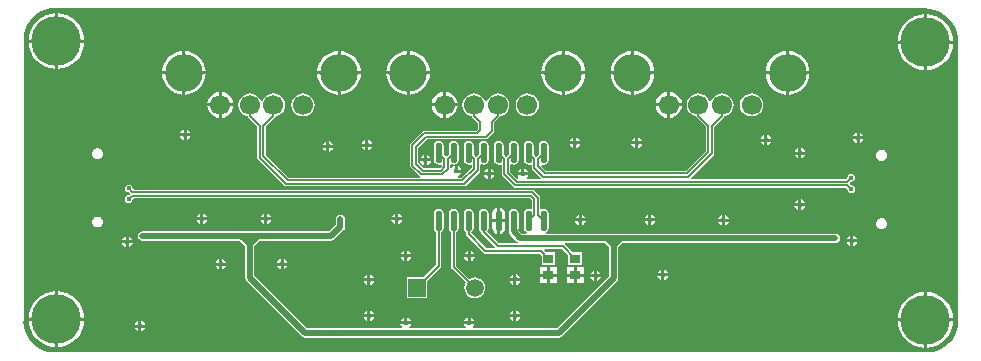
<source format=gbl>
G04*
G04 #@! TF.GenerationSoftware,Altium Limited,Altium Designer,19.0.4 (130)*
G04*
G04 Layer_Physical_Order=2*
G04 Layer_Color=16711680*
%FSLAX24Y24*%
%MOIN*%
G70*
G01*
G75*
%ADD35C,0.0200*%
%ADD36C,0.0059*%
%ADD37C,0.0059*%
%ADD38C,0.0591*%
%ADD39R,0.0591X0.0591*%
%ADD40C,0.1260*%
%ADD41C,0.0669*%
%ADD42C,0.1654*%
%ADD43C,0.0157*%
%ADD44O,0.0220X0.0687*%
%ADD45R,0.0354X0.0315*%
%ADD46C,0.0079*%
G36*
X34523Y46778D02*
X34523Y46778D01*
Y46778D01*
X34571Y46779D01*
X63477D01*
X63478Y46778D01*
Y46778D01*
X63478Y46778D01*
X63591Y46769D01*
X63765Y46728D01*
X63931Y46659D01*
X64084Y46565D01*
X64220Y46449D01*
X64337Y46312D01*
X64431Y46159D01*
X64499Y45993D01*
X64541Y45819D01*
X64555Y45640D01*
X64550Y45572D01*
X64551Y45524D01*
X64551Y45514D01*
Y36405D01*
X64551Y36358D01*
X64552Y36355D01*
X64551Y36306D01*
X64535Y36138D01*
X64476Y35944D01*
X64381Y35766D01*
X64252Y35609D01*
X64096Y35481D01*
X63917Y35386D01*
X63724Y35327D01*
X63522Y35307D01*
X63479Y35311D01*
X63432Y35316D01*
X63384Y35315D01*
X63367Y35315D01*
X34502D01*
X34459Y35315D01*
X34453Y35315D01*
X34403Y35313D01*
X34218Y35331D01*
X34025Y35389D01*
X33848Y35484D01*
X33693Y35611D01*
X33565Y35767D01*
X33470Y35944D01*
X33412Y36137D01*
X33392Y36337D01*
X33398Y36392D01*
X33402Y36440D01*
X33402Y36440D01*
X33402Y36440D01*
X33402Y36488D01*
X33402Y36507D01*
Y45663D01*
X33402Y45667D01*
X33402Y45717D01*
X33401Y45766D01*
X33412Y45908D01*
X33451Y46066D01*
X33513Y46217D01*
X33598Y46356D01*
X33704Y46480D01*
X33828Y46586D01*
X33967Y46672D01*
X34118Y46734D01*
X34277Y46772D01*
X34439Y46785D01*
X34523Y46778D01*
D02*
G37*
%LPC*%
G36*
X34543Y46612D02*
Y45736D01*
X35419D01*
X35406Y45867D01*
X35353Y46042D01*
X35267Y46203D01*
X35151Y46344D01*
X35010Y46460D01*
X34849Y46546D01*
X34674Y46599D01*
X34543Y46612D01*
D02*
G37*
G36*
X34443D02*
X34311Y46599D01*
X34136Y46546D01*
X33975Y46460D01*
X33834Y46344D01*
X33718Y46203D01*
X33632Y46042D01*
X33579Y45867D01*
X33566Y45736D01*
X34443D01*
Y46612D01*
D02*
G37*
G36*
X63508Y46575D02*
Y45699D01*
X64385D01*
X64372Y45831D01*
X64319Y46005D01*
X64233Y46166D01*
X64117Y46307D01*
X63976Y46423D01*
X63815Y46509D01*
X63640Y46562D01*
X63508Y46575D01*
D02*
G37*
G36*
X63408D02*
X63277Y46562D01*
X63102Y46509D01*
X62941Y46423D01*
X62800Y46307D01*
X62684Y46166D01*
X62598Y46005D01*
X62545Y45831D01*
X62532Y45699D01*
X63408D01*
Y46575D01*
D02*
G37*
G36*
X35419Y45636D02*
X34543D01*
Y44759D01*
X34674Y44772D01*
X34849Y44825D01*
X35010Y44911D01*
X35151Y45027D01*
X35267Y45168D01*
X35353Y45329D01*
X35406Y45504D01*
X35419Y45636D01*
D02*
G37*
G36*
X34443D02*
X33566D01*
X33579Y45504D01*
X33632Y45329D01*
X33718Y45168D01*
X33834Y45027D01*
X33975Y44911D01*
X34136Y44825D01*
X34311Y44772D01*
X34443Y44759D01*
Y45636D01*
D02*
G37*
G36*
X64385Y45599D02*
X63508D01*
Y44723D01*
X63640Y44736D01*
X63815Y44789D01*
X63976Y44875D01*
X64117Y44990D01*
X64233Y45132D01*
X64319Y45293D01*
X64372Y45467D01*
X64385Y45599D01*
D02*
G37*
G36*
X63408D02*
X62532D01*
X62545Y45467D01*
X62598Y45293D01*
X62684Y45132D01*
X62800Y44990D01*
X62941Y44875D01*
X63102Y44789D01*
X63277Y44736D01*
X63408Y44723D01*
Y45599D01*
D02*
G37*
G36*
X58915Y45354D02*
Y44675D01*
X59593D01*
X59584Y44768D01*
X59543Y44906D01*
X59475Y45033D01*
X59384Y45144D01*
X59272Y45235D01*
X59146Y45303D01*
X59008Y45345D01*
X58915Y45354D01*
D02*
G37*
G36*
X51440D02*
Y44675D01*
X52118D01*
X52109Y44768D01*
X52068Y44906D01*
X52000Y45033D01*
X51909Y45144D01*
X51797Y45235D01*
X51671Y45303D01*
X51533Y45345D01*
X51440Y45354D01*
D02*
G37*
G36*
X43965D02*
Y44675D01*
X44643D01*
X44634Y44768D01*
X44593Y44906D01*
X44525Y45033D01*
X44434Y45144D01*
X44322Y45235D01*
X44196Y45303D01*
X44058Y45345D01*
X43965Y45354D01*
D02*
G37*
G36*
X43865Y45354D02*
X43772Y45345D01*
X43634Y45303D01*
X43507Y45235D01*
X43396Y45144D01*
X43305Y45033D01*
X43237Y44906D01*
X43196Y44768D01*
X43186Y44675D01*
X43865D01*
Y45354D01*
D02*
G37*
G36*
X58815D02*
X58722Y45345D01*
X58584Y45303D01*
X58457Y45235D01*
X58346Y45144D01*
X58255Y45033D01*
X58187Y44906D01*
X58146Y44768D01*
X58136Y44675D01*
X58815D01*
Y45354D01*
D02*
G37*
G36*
X51340D02*
X51247Y45345D01*
X51109Y45303D01*
X50982Y45235D01*
X50871Y45144D01*
X50780Y45033D01*
X50712Y44906D01*
X50671Y44768D01*
X50661Y44675D01*
X51340D01*
Y45354D01*
D02*
G37*
G36*
X53742Y45354D02*
Y44675D01*
X54420D01*
X54411Y44768D01*
X54369Y44906D01*
X54302Y45033D01*
X54210Y45144D01*
X54099Y45235D01*
X53972Y45303D01*
X53835Y45345D01*
X53742Y45354D01*
D02*
G37*
G36*
X46267D02*
Y44675D01*
X46945D01*
X46936Y44768D01*
X46894Y44906D01*
X46827Y45033D01*
X46735Y45144D01*
X46624Y45235D01*
X46497Y45303D01*
X46360Y45345D01*
X46267Y45354D01*
D02*
G37*
G36*
X38792D02*
Y44675D01*
X39470D01*
X39461Y44768D01*
X39419Y44906D01*
X39352Y45033D01*
X39260Y45144D01*
X39149Y45235D01*
X39022Y45303D01*
X38885Y45345D01*
X38792Y45354D01*
D02*
G37*
G36*
X53642Y45354D02*
X53549Y45345D01*
X53411Y45303D01*
X53284Y45235D01*
X53173Y45144D01*
X53082Y45033D01*
X53014Y44906D01*
X52972Y44768D01*
X52963Y44675D01*
X53642D01*
Y45354D01*
D02*
G37*
G36*
X46167D02*
X46074Y45345D01*
X45936Y45303D01*
X45809Y45235D01*
X45698Y45144D01*
X45607Y45033D01*
X45539Y44906D01*
X45497Y44768D01*
X45488Y44675D01*
X46167D01*
Y45354D01*
D02*
G37*
G36*
X38692D02*
X38599Y45345D01*
X38461Y45303D01*
X38334Y45235D01*
X38223Y45144D01*
X38132Y45033D01*
X38064Y44906D01*
X38022Y44768D01*
X38013Y44675D01*
X38692D01*
Y45354D01*
D02*
G37*
G36*
X59593Y44575D02*
X58915D01*
Y43897D01*
X59008Y43906D01*
X59146Y43948D01*
X59272Y44015D01*
X59384Y44107D01*
X59475Y44218D01*
X59543Y44344D01*
X59584Y44482D01*
X59593Y44575D01*
D02*
G37*
G36*
X52118D02*
X51440D01*
Y43897D01*
X51533Y43906D01*
X51671Y43948D01*
X51797Y44015D01*
X51909Y44107D01*
X52000Y44218D01*
X52068Y44344D01*
X52109Y44482D01*
X52118Y44575D01*
D02*
G37*
G36*
X44643D02*
X43965D01*
Y43897D01*
X44058Y43906D01*
X44196Y43948D01*
X44322Y44015D01*
X44434Y44107D01*
X44525Y44218D01*
X44593Y44344D01*
X44634Y44482D01*
X44643Y44575D01*
D02*
G37*
G36*
X58815D02*
X58136D01*
X58146Y44482D01*
X58187Y44344D01*
X58255Y44218D01*
X58346Y44107D01*
X58457Y44015D01*
X58584Y43948D01*
X58722Y43906D01*
X58815Y43897D01*
Y44575D01*
D02*
G37*
G36*
X51340D02*
X50661D01*
X50671Y44482D01*
X50712Y44344D01*
X50780Y44218D01*
X50871Y44107D01*
X50982Y44015D01*
X51109Y43948D01*
X51247Y43906D01*
X51340Y43897D01*
Y44575D01*
D02*
G37*
G36*
X43865D02*
X43186D01*
X43196Y44482D01*
X43237Y44344D01*
X43305Y44218D01*
X43396Y44107D01*
X43507Y44015D01*
X43634Y43948D01*
X43772Y43906D01*
X43865Y43897D01*
Y44575D01*
D02*
G37*
G36*
X53642Y44575D02*
X52963D01*
X52972Y44482D01*
X53014Y44344D01*
X53082Y44218D01*
X53173Y44107D01*
X53284Y44015D01*
X53411Y43948D01*
X53549Y43906D01*
X53642Y43897D01*
Y44575D01*
D02*
G37*
G36*
X46167D02*
X45488D01*
X45497Y44482D01*
X45539Y44344D01*
X45607Y44218D01*
X45698Y44107D01*
X45809Y44015D01*
X45936Y43948D01*
X46074Y43906D01*
X46167Y43897D01*
Y44575D01*
D02*
G37*
G36*
X38692D02*
X38013D01*
X38022Y44482D01*
X38064Y44344D01*
X38132Y44218D01*
X38223Y44107D01*
X38334Y44015D01*
X38461Y43948D01*
X38599Y43906D01*
X38692Y43897D01*
Y44575D01*
D02*
G37*
G36*
X39470D02*
X38792D01*
Y43897D01*
X38885Y43906D01*
X39022Y43948D01*
X39149Y44015D01*
X39260Y44107D01*
X39352Y44218D01*
X39419Y44344D01*
X39461Y44482D01*
X39470Y44575D01*
D02*
G37*
G36*
X54420D02*
X53742D01*
Y43897D01*
X53835Y43906D01*
X53972Y43948D01*
X54099Y44015D01*
X54210Y44107D01*
X54302Y44218D01*
X54369Y44344D01*
X54411Y44482D01*
X54420Y44575D01*
D02*
G37*
G36*
X46945D02*
X46267D01*
Y43897D01*
X46360Y43906D01*
X46497Y43948D01*
X46624Y44015D01*
X46735Y44107D01*
X46827Y44218D01*
X46894Y44344D01*
X46936Y44482D01*
X46945Y44575D01*
D02*
G37*
G36*
X56679Y43946D02*
X56579Y43933D01*
X56485Y43894D01*
X56405Y43833D01*
X56343Y43752D01*
X56313Y43679D01*
X56259D01*
X56228Y43752D01*
X56167Y43833D01*
X56086Y43894D01*
X55993Y43933D01*
X55892Y43946D01*
X55792Y43933D01*
X55698Y43894D01*
X55618Y43833D01*
X55556Y43752D01*
X55518Y43659D01*
X55504Y43558D01*
X55518Y43458D01*
X55556Y43364D01*
X55618Y43284D01*
X55698Y43222D01*
X55792Y43184D01*
X55814Y43181D01*
X55817Y43163D01*
X55835Y43137D01*
X56145Y42826D01*
Y42032D01*
X55470Y41357D01*
X50805D01*
X50652Y41510D01*
X50655Y41530D01*
X50710Y41566D01*
X50734Y41561D01*
X50797Y41573D01*
X50850Y41609D01*
X50885Y41662D01*
X50898Y41724D01*
Y42191D01*
X50885Y42253D01*
X50850Y42306D01*
X50797Y42342D01*
X50734Y42354D01*
X50672Y42342D01*
X50619Y42306D01*
X50583Y42253D01*
X50571Y42191D01*
Y41909D01*
X50518Y41856D01*
X50484Y41826D01*
X50451Y41856D01*
X50398Y41909D01*
Y42191D01*
X50385Y42253D01*
X50350Y42306D01*
X50297Y42342D01*
X50234Y42354D01*
X50172Y42342D01*
X50119Y42306D01*
X50083Y42253D01*
X50071Y42191D01*
Y41724D01*
X50083Y41662D01*
X50119Y41609D01*
X50172Y41573D01*
X50234Y41561D01*
X50294Y41573D01*
X50302Y41573D01*
X50344Y41547D01*
Y41454D01*
X50350Y41423D01*
X50367Y41397D01*
X50635Y41130D01*
X50614Y41080D01*
X50182D01*
X50167Y41130D01*
X50168Y41131D01*
X50208Y41190D01*
X50212Y41210D01*
X49867D01*
X49871Y41190D01*
X49895Y41153D01*
X49875Y41099D01*
X49849Y41095D01*
X49625Y41320D01*
Y41547D01*
X49666Y41573D01*
X49675Y41573D01*
X49734Y41561D01*
X49797Y41573D01*
X49850Y41609D01*
X49885Y41662D01*
X49898Y41724D01*
Y42191D01*
X49885Y42253D01*
X49850Y42306D01*
X49797Y42342D01*
X49734Y42354D01*
X49672Y42342D01*
X49619Y42306D01*
X49583Y42253D01*
X49571Y42191D01*
Y41909D01*
X49518Y41856D01*
X49484Y41826D01*
X49450Y41856D01*
X49398Y41909D01*
Y42191D01*
X49385Y42253D01*
X49350Y42306D01*
X49297Y42342D01*
X49234Y42354D01*
X49172Y42342D01*
X49119Y42306D01*
X49083Y42253D01*
X49071Y42191D01*
Y41724D01*
X49083Y41662D01*
X49119Y41609D01*
X49172Y41573D01*
X49234Y41561D01*
X49294Y41573D01*
X49302Y41573D01*
X49344Y41547D01*
X49344Y41237D01*
X49350Y41206D01*
X49367Y41179D01*
X49724Y40823D01*
X49750Y40805D01*
X49781Y40799D01*
X60816D01*
X60856Y40759D01*
X60853Y40745D01*
X60863Y40695D01*
X60891Y40652D01*
X60934Y40624D01*
X60984Y40614D01*
X61034Y40624D01*
X61077Y40652D01*
X61105Y40695D01*
X61115Y40745D01*
X61105Y40795D01*
X61077Y40838D01*
X61034Y40866D01*
X60984Y40876D01*
X60976Y40875D01*
X60939Y40908D01*
Y40971D01*
X60976Y41004D01*
X60984Y41003D01*
X61034Y41013D01*
X61077Y41041D01*
X61105Y41084D01*
X61115Y41134D01*
X61105Y41184D01*
X61077Y41227D01*
X61034Y41255D01*
X60984Y41265D01*
X60934Y41255D01*
X60891Y41227D01*
X60863Y41184D01*
X60853Y41134D01*
X60856Y41120D01*
X60816Y41080D01*
X55662D01*
X55641Y41130D01*
X56403Y41892D01*
X56420Y41918D01*
X56426Y41949D01*
Y42826D01*
X56737Y43137D01*
X56754Y43163D01*
X56758Y43181D01*
X56780Y43184D01*
X56873Y43222D01*
X56954Y43284D01*
X57015Y43364D01*
X57054Y43458D01*
X57067Y43558D01*
X57054Y43659D01*
X57015Y43752D01*
X56954Y43833D01*
X56873Y43894D01*
X56780Y43933D01*
X56679Y43946D01*
D02*
G37*
G36*
X49204D02*
X49104Y43933D01*
X49010Y43894D01*
X48930Y43833D01*
X48868Y43752D01*
X48838Y43679D01*
X48784D01*
X48753Y43752D01*
X48692Y43833D01*
X48611Y43894D01*
X48518Y43933D01*
X48417Y43946D01*
X48317Y43933D01*
X48223Y43894D01*
X48143Y43833D01*
X48081Y43752D01*
X48043Y43659D01*
X48029Y43558D01*
X48043Y43458D01*
X48081Y43364D01*
X48143Y43284D01*
X48223Y43222D01*
X48317Y43184D01*
X48339Y43181D01*
X48342Y43163D01*
X48360Y43137D01*
X48541Y42956D01*
Y42754D01*
X48474Y42687D01*
X46753D01*
X46722Y42681D01*
X46696Y42664D01*
X46304Y42272D01*
X46287Y42246D01*
X46280Y42215D01*
Y41533D01*
X46287Y41502D01*
X46304Y41476D01*
X46594Y41186D01*
X46618Y41170D01*
X46618Y41167D01*
X46593Y41120D01*
X42238D01*
X41476Y41882D01*
Y42826D01*
X41787Y43137D01*
X41804Y43163D01*
X41808Y43181D01*
X41830Y43184D01*
X41923Y43222D01*
X42004Y43284D01*
X42065Y43364D01*
X42104Y43458D01*
X42117Y43558D01*
X42104Y43659D01*
X42065Y43752D01*
X42004Y43833D01*
X41923Y43894D01*
X41830Y43933D01*
X41729Y43946D01*
X41629Y43933D01*
X41535Y43894D01*
X41455Y43833D01*
X41393Y43752D01*
X41363Y43679D01*
X41309D01*
X41278Y43752D01*
X41217Y43833D01*
X41136Y43894D01*
X41043Y43933D01*
X40942Y43946D01*
X40842Y43933D01*
X40748Y43894D01*
X40668Y43833D01*
X40606Y43752D01*
X40568Y43659D01*
X40554Y43558D01*
X40568Y43458D01*
X40606Y43364D01*
X40668Y43284D01*
X40748Y43222D01*
X40842Y43184D01*
X40864Y43181D01*
X40867Y43163D01*
X40885Y43137D01*
X41195Y42826D01*
Y41800D01*
X41202Y41769D01*
X41219Y41742D01*
X42098Y40863D01*
X42124Y40846D01*
X42155Y40839D01*
X48078D01*
X48109Y40846D01*
X48136Y40863D01*
X48601Y41329D01*
X48619Y41355D01*
X48625Y41386D01*
Y41547D01*
X48666Y41573D01*
X48675Y41573D01*
X48734Y41561D01*
X48797Y41573D01*
X48850Y41609D01*
X48885Y41662D01*
X48898Y41724D01*
Y42191D01*
X48885Y42253D01*
X48850Y42306D01*
X48797Y42342D01*
X48734Y42354D01*
X48672Y42342D01*
X48619Y42306D01*
X48583Y42253D01*
X48571Y42191D01*
Y41909D01*
X48518Y41856D01*
X48484Y41826D01*
X48450Y41856D01*
X48398Y41909D01*
Y42191D01*
X48385Y42253D01*
X48350Y42306D01*
X48297Y42342D01*
X48234Y42354D01*
X48172Y42342D01*
X48119Y42306D01*
X48083Y42253D01*
X48071Y42191D01*
Y41724D01*
X48083Y41662D01*
X48119Y41609D01*
X48172Y41573D01*
X48234Y41561D01*
X48294Y41573D01*
X48302Y41573D01*
X48344Y41547D01*
Y41469D01*
X47995Y41120D01*
X47870D01*
X47865Y41170D01*
X47888Y41175D01*
X47947Y41214D01*
X47986Y41274D01*
X47990Y41293D01*
X47818D01*
Y41343D01*
X47768D01*
Y41516D01*
X47748Y41512D01*
X47689Y41472D01*
X47675Y41450D01*
X47625Y41466D01*
Y41547D01*
X47666Y41573D01*
X47675Y41573D01*
X47734Y41561D01*
X47797Y41573D01*
X47850Y41609D01*
X47885Y41662D01*
X47898Y41724D01*
Y42191D01*
X47885Y42253D01*
X47850Y42306D01*
X47797Y42342D01*
X47734Y42354D01*
X47672Y42342D01*
X47619Y42306D01*
X47583Y42253D01*
X47571Y42191D01*
Y41909D01*
X47519Y41857D01*
X47450Y41857D01*
X47398Y41909D01*
Y42191D01*
X47385Y42253D01*
X47350Y42306D01*
X47297Y42342D01*
X47234Y42354D01*
X47172Y42342D01*
X47119Y42306D01*
X47083Y42253D01*
X47071Y42191D01*
Y41724D01*
X47083Y41662D01*
X47119Y41609D01*
X47172Y41573D01*
X47234Y41561D01*
X47288Y41572D01*
X47333Y41543D01*
X47336Y41506D01*
X47273Y41443D01*
X46734D01*
X46561Y41616D01*
Y42132D01*
X46836Y42406D01*
X48802D01*
X48833Y42413D01*
X48860Y42430D01*
X49057Y42628D01*
X49075Y42654D01*
X49081Y42685D01*
Y42956D01*
X49262Y43137D01*
X49279Y43163D01*
X49283Y43181D01*
X49305Y43184D01*
X49398Y43222D01*
X49479Y43284D01*
X49540Y43364D01*
X49579Y43458D01*
X49592Y43558D01*
X49579Y43659D01*
X49540Y43752D01*
X49479Y43833D01*
X49398Y43894D01*
X49305Y43933D01*
X49204Y43946D01*
D02*
G37*
G36*
X54958Y43990D02*
Y43608D01*
X55340D01*
X55332Y43672D01*
X55288Y43777D01*
X55218Y43868D01*
X55128Y43938D01*
X55022Y43982D01*
X54958Y43990D01*
D02*
G37*
G36*
X47483D02*
Y43608D01*
X47865D01*
X47857Y43672D01*
X47813Y43777D01*
X47743Y43868D01*
X47653Y43938D01*
X47547Y43982D01*
X47483Y43990D01*
D02*
G37*
G36*
X40008D02*
Y43608D01*
X40390D01*
X40382Y43672D01*
X40338Y43777D01*
X40268Y43868D01*
X40178Y43938D01*
X40072Y43982D01*
X40008Y43990D01*
D02*
G37*
G36*
X47383D02*
X47320Y43982D01*
X47214Y43938D01*
X47123Y43868D01*
X47054Y43777D01*
X47010Y43672D01*
X47002Y43608D01*
X47383D01*
Y43990D01*
D02*
G37*
G36*
X54858D02*
X54795Y43982D01*
X54689Y43938D01*
X54598Y43868D01*
X54529Y43777D01*
X54485Y43672D01*
X54477Y43608D01*
X54858D01*
Y43990D01*
D02*
G37*
G36*
X39908D02*
X39845Y43982D01*
X39739Y43938D01*
X39648Y43868D01*
X39579Y43777D01*
X39535Y43672D01*
X39527Y43608D01*
X39908D01*
Y43990D01*
D02*
G37*
G36*
X57664Y43946D02*
X57564Y43933D01*
X57470Y43894D01*
X57390Y43833D01*
X57328Y43752D01*
X57290Y43659D01*
X57276Y43558D01*
X57290Y43458D01*
X57328Y43364D01*
X57390Y43284D01*
X57470Y43222D01*
X57564Y43184D01*
X57664Y43170D01*
X57765Y43184D01*
X57858Y43222D01*
X57939Y43284D01*
X58000Y43364D01*
X58039Y43458D01*
X58052Y43558D01*
X58039Y43659D01*
X58000Y43752D01*
X57939Y43833D01*
X57858Y43894D01*
X57765Y43933D01*
X57664Y43946D01*
D02*
G37*
G36*
X50189D02*
X50089Y43933D01*
X49995Y43894D01*
X49915Y43833D01*
X49853Y43752D01*
X49815Y43659D01*
X49801Y43558D01*
X49815Y43458D01*
X49853Y43364D01*
X49915Y43284D01*
X49995Y43222D01*
X50089Y43184D01*
X50189Y43170D01*
X50290Y43184D01*
X50383Y43222D01*
X50464Y43284D01*
X50525Y43364D01*
X50564Y43458D01*
X50577Y43558D01*
X50564Y43659D01*
X50525Y43752D01*
X50464Y43833D01*
X50383Y43894D01*
X50290Y43933D01*
X50189Y43946D01*
D02*
G37*
G36*
X42714D02*
X42614Y43933D01*
X42520Y43894D01*
X42440Y43833D01*
X42378Y43752D01*
X42340Y43659D01*
X42326Y43558D01*
X42340Y43458D01*
X42378Y43364D01*
X42440Y43284D01*
X42520Y43222D01*
X42614Y43184D01*
X42714Y43170D01*
X42815Y43184D01*
X42908Y43222D01*
X42989Y43284D01*
X43050Y43364D01*
X43089Y43458D01*
X43102Y43558D01*
X43089Y43659D01*
X43050Y43752D01*
X42989Y43833D01*
X42908Y43894D01*
X42815Y43933D01*
X42714Y43946D01*
D02*
G37*
G36*
X55340Y43508D02*
X54958D01*
Y43126D01*
X55022Y43135D01*
X55128Y43179D01*
X55218Y43248D01*
X55288Y43339D01*
X55332Y43445D01*
X55340Y43508D01*
D02*
G37*
G36*
X40390D02*
X40008D01*
Y43126D01*
X40072Y43135D01*
X40178Y43179D01*
X40268Y43248D01*
X40338Y43339D01*
X40382Y43445D01*
X40390Y43508D01*
D02*
G37*
G36*
X47865D02*
X47483D01*
Y43126D01*
X47547Y43135D01*
X47653Y43179D01*
X47743Y43248D01*
X47813Y43339D01*
X47857Y43445D01*
X47865Y43508D01*
D02*
G37*
G36*
X47383D02*
X47002D01*
X47010Y43445D01*
X47054Y43339D01*
X47123Y43248D01*
X47214Y43179D01*
X47320Y43135D01*
X47383Y43126D01*
Y43508D01*
D02*
G37*
G36*
X54858D02*
X54477D01*
X54485Y43445D01*
X54529Y43339D01*
X54598Y43248D01*
X54689Y43179D01*
X54795Y43135D01*
X54858Y43126D01*
Y43508D01*
D02*
G37*
G36*
X39908D02*
X39527D01*
X39535Y43445D01*
X39579Y43339D01*
X39648Y43248D01*
X39739Y43179D01*
X39845Y43135D01*
X39908Y43126D01*
Y43508D01*
D02*
G37*
G36*
X38830Y42731D02*
Y42609D01*
X38952D01*
X38948Y42629D01*
X38908Y42688D01*
X38849Y42727D01*
X38830Y42731D01*
D02*
G37*
G36*
X38730D02*
X38710Y42727D01*
X38651Y42688D01*
X38611Y42629D01*
X38607Y42609D01*
X38730D01*
Y42731D01*
D02*
G37*
G36*
X61270Y42629D02*
Y42507D01*
X61393D01*
X61389Y42526D01*
X61349Y42586D01*
X61290Y42625D01*
X61270Y42629D01*
D02*
G37*
G36*
X61170D02*
X61151Y42625D01*
X61092Y42586D01*
X61052Y42526D01*
X61048Y42507D01*
X61170D01*
Y42629D01*
D02*
G37*
G36*
X58184Y42558D02*
Y42436D01*
X58306D01*
X58302Y42456D01*
X58263Y42515D01*
X58204Y42554D01*
X58184Y42558D01*
D02*
G37*
G36*
X58084D02*
X58064Y42554D01*
X58005Y42515D01*
X57965Y42456D01*
X57962Y42436D01*
X58084D01*
Y42558D01*
D02*
G37*
G36*
X38952Y42509D02*
X38830D01*
Y42387D01*
X38849Y42391D01*
X38908Y42430D01*
X38948Y42489D01*
X38952Y42509D01*
D02*
G37*
G36*
X38730D02*
X38607D01*
X38611Y42489D01*
X38651Y42430D01*
X38710Y42391D01*
X38730Y42387D01*
Y42509D01*
D02*
G37*
G36*
X53885Y42464D02*
Y42341D01*
X54007D01*
X54003Y42361D01*
X53963Y42420D01*
X53904Y42460D01*
X53885Y42464D01*
D02*
G37*
G36*
X53785D02*
X53765Y42460D01*
X53706Y42420D01*
X53666Y42361D01*
X53662Y42341D01*
X53785D01*
Y42464D01*
D02*
G37*
G36*
X51828D02*
Y42341D01*
X51951D01*
X51947Y42361D01*
X51907Y42420D01*
X51848Y42460D01*
X51828Y42464D01*
D02*
G37*
G36*
X51728D02*
X51709Y42460D01*
X51649Y42420D01*
X51610Y42361D01*
X51606Y42341D01*
X51728D01*
Y42464D01*
D02*
G37*
G36*
X61393Y42407D02*
X61270D01*
Y42284D01*
X61290Y42288D01*
X61349Y42328D01*
X61389Y42387D01*
X61393Y42407D01*
D02*
G37*
G36*
X61170D02*
X61048D01*
X61052Y42387D01*
X61092Y42328D01*
X61151Y42288D01*
X61170Y42284D01*
Y42407D01*
D02*
G37*
G36*
X44893Y42385D02*
Y42263D01*
X45015D01*
X45011Y42282D01*
X44971Y42341D01*
X44912Y42381D01*
X44893Y42385D01*
D02*
G37*
G36*
X44792D02*
X44773Y42381D01*
X44714Y42341D01*
X44674Y42282D01*
X44670Y42263D01*
X44792D01*
Y42385D01*
D02*
G37*
G36*
X43585Y42346D02*
Y42223D01*
X43708D01*
X43704Y42243D01*
X43664Y42302D01*
X43605Y42342D01*
X43585Y42346D01*
D02*
G37*
G36*
X43485D02*
X43466Y42342D01*
X43407Y42302D01*
X43367Y42243D01*
X43363Y42223D01*
X43485D01*
Y42346D01*
D02*
G37*
G36*
X58306Y42336D02*
X58184D01*
Y42214D01*
X58204Y42217D01*
X58263Y42257D01*
X58302Y42316D01*
X58306Y42336D01*
D02*
G37*
G36*
X58084D02*
X57962D01*
X57965Y42316D01*
X58005Y42257D01*
X58064Y42217D01*
X58084Y42214D01*
Y42336D01*
D02*
G37*
G36*
X54007Y42241D02*
X53885D01*
Y42119D01*
X53904Y42123D01*
X53963Y42162D01*
X54003Y42222D01*
X54007Y42241D01*
D02*
G37*
G36*
X53785D02*
X53662D01*
X53666Y42222D01*
X53706Y42162D01*
X53765Y42123D01*
X53785Y42119D01*
Y42241D01*
D02*
G37*
G36*
X51951D02*
X51828D01*
Y42119D01*
X51848Y42123D01*
X51907Y42162D01*
X51947Y42222D01*
X51951Y42241D01*
D02*
G37*
G36*
X51728D02*
X51606D01*
X51610Y42222D01*
X51649Y42162D01*
X51709Y42123D01*
X51728Y42119D01*
Y42241D01*
D02*
G37*
G36*
X45015Y42163D02*
X44893D01*
Y42040D01*
X44912Y42044D01*
X44971Y42084D01*
X45011Y42143D01*
X45015Y42163D01*
D02*
G37*
G36*
X44792D02*
X44670D01*
X44674Y42143D01*
X44714Y42084D01*
X44773Y42044D01*
X44792Y42040D01*
Y42163D01*
D02*
G37*
G36*
X43708Y42123D02*
X43585D01*
Y42001D01*
X43605Y42005D01*
X43664Y42044D01*
X43704Y42103D01*
X43708Y42123D01*
D02*
G37*
G36*
X43485D02*
X43363D01*
X43367Y42103D01*
X43407Y42044D01*
X43466Y42005D01*
X43485Y42001D01*
Y42123D01*
D02*
G37*
G36*
X59318Y42117D02*
Y41995D01*
X59440D01*
X59436Y42015D01*
X59397Y42074D01*
X59337Y42113D01*
X59318Y42117D01*
D02*
G37*
G36*
X59218D02*
X59198Y42113D01*
X59139Y42074D01*
X59099Y42015D01*
X59095Y41995D01*
X59218D01*
Y42117D01*
D02*
G37*
G36*
X46845Y41905D02*
Y41782D01*
X46968D01*
X46964Y41802D01*
X46924Y41861D01*
X46865Y41901D01*
X46845Y41905D01*
D02*
G37*
G36*
X46745D02*
X46726Y41901D01*
X46666Y41861D01*
X46627Y41802D01*
X46623Y41782D01*
X46745D01*
Y41905D01*
D02*
G37*
G36*
X59440Y41895D02*
X59318D01*
Y41773D01*
X59337Y41776D01*
X59397Y41816D01*
X59436Y41875D01*
X59440Y41895D01*
D02*
G37*
G36*
X59218D02*
X59095D01*
X59099Y41875D01*
X59139Y41816D01*
X59198Y41776D01*
X59218Y41773D01*
Y41895D01*
D02*
G37*
G36*
X35888Y42112D02*
X35837D01*
X35827Y42107D01*
X35816D01*
X35769Y42088D01*
X35761Y42080D01*
X35751Y42076D01*
X35715Y42040D01*
X35711Y42030D01*
X35704Y42023D01*
X35684Y41976D01*
Y41965D01*
X35680Y41955D01*
Y41904D01*
X35684Y41894D01*
Y41883D01*
X35704Y41836D01*
X35711Y41829D01*
X35715Y41819D01*
X35751Y41783D01*
X35761Y41779D01*
X35769Y41771D01*
X35816Y41752D01*
X35827D01*
X35837Y41747D01*
X35888D01*
X35897Y41752D01*
X35908D01*
X35955Y41771D01*
X35963Y41779D01*
X35973Y41783D01*
X36009Y41819D01*
X36013Y41829D01*
X36021Y41836D01*
X36040Y41883D01*
Y41894D01*
X36044Y41904D01*
Y41955D01*
X36040Y41965D01*
Y41976D01*
X36021Y42023D01*
X36013Y42030D01*
X36009Y42040D01*
X35973Y42076D01*
X35963Y42080D01*
X35955Y42088D01*
X35908Y42107D01*
X35897D01*
X35888Y42112D01*
D02*
G37*
G36*
X62029Y42062D02*
X61978D01*
X61968Y42058D01*
X61957D01*
X61910Y42039D01*
X61903Y42031D01*
X61893Y42027D01*
X61857Y41991D01*
X61852Y41981D01*
X61845Y41974D01*
X61825Y41927D01*
Y41916D01*
X61821Y41906D01*
Y41855D01*
X61825Y41845D01*
Y41834D01*
X61845Y41787D01*
X61852Y41780D01*
X61857Y41770D01*
X61893Y41734D01*
X61903Y41730D01*
X61910Y41722D01*
X61957Y41702D01*
X61968D01*
X61978Y41698D01*
X62029D01*
X62039Y41702D01*
X62050D01*
X62097Y41722D01*
X62104Y41730D01*
X62114Y41734D01*
X62150Y41770D01*
X62154Y41780D01*
X62162Y41787D01*
X62181Y41834D01*
Y41845D01*
X62185Y41855D01*
Y41906D01*
X62181Y41916D01*
Y41927D01*
X62162Y41974D01*
X62154Y41981D01*
X62150Y41991D01*
X62114Y42027D01*
X62104Y42031D01*
X62097Y42039D01*
X62050Y42058D01*
X62039D01*
X62029Y42062D01*
D02*
G37*
G36*
X46968Y41682D02*
X46845D01*
Y41560D01*
X46865Y41564D01*
X46924Y41603D01*
X46964Y41663D01*
X46968Y41682D01*
D02*
G37*
G36*
X46745D02*
X46623D01*
X46627Y41663D01*
X46666Y41603D01*
X46726Y41564D01*
X46745Y41560D01*
Y41682D01*
D02*
G37*
G36*
X47868Y41516D02*
Y41393D01*
X47990D01*
X47986Y41413D01*
X47947Y41472D01*
X47888Y41512D01*
X47868Y41516D01*
D02*
G37*
G36*
X48970Y41438D02*
Y41316D01*
X49093D01*
X49089Y41335D01*
X49049Y41395D01*
X48990Y41434D01*
X48970Y41438D01*
D02*
G37*
G36*
X48870D02*
X48850Y41434D01*
X48791Y41395D01*
X48752Y41335D01*
X48748Y41316D01*
X48870D01*
Y41438D01*
D02*
G37*
G36*
X50089Y41432D02*
Y41310D01*
X50212D01*
X50208Y41330D01*
X50168Y41389D01*
X50109Y41428D01*
X50089Y41432D01*
D02*
G37*
G36*
X49989D02*
X49970Y41428D01*
X49910Y41389D01*
X49871Y41330D01*
X49867Y41310D01*
X49989D01*
Y41432D01*
D02*
G37*
G36*
X49093Y41216D02*
X48970D01*
Y41093D01*
X48990Y41097D01*
X49049Y41137D01*
X49089Y41196D01*
X49093Y41216D01*
D02*
G37*
G36*
X48870D02*
X48748D01*
X48752Y41196D01*
X48791Y41137D01*
X48850Y41097D01*
X48870Y41093D01*
Y41216D01*
D02*
G37*
G36*
X59318Y40409D02*
Y40286D01*
X59440D01*
X59436Y40306D01*
X59397Y40365D01*
X59337Y40405D01*
X59318Y40409D01*
D02*
G37*
G36*
X59218D02*
X59198Y40405D01*
X59139Y40365D01*
X59099Y40306D01*
X59095Y40286D01*
X59218D01*
Y40409D01*
D02*
G37*
G36*
X36906Y40903D02*
X36855Y40893D01*
X36813Y40864D01*
X36784Y40822D01*
X36774Y40772D01*
X36784Y40721D01*
X36813Y40679D01*
X36855Y40650D01*
X36906Y40640D01*
X36933Y40597D01*
X36933Y40593D01*
X36906Y40549D01*
X36855Y40539D01*
X36813Y40511D01*
X36784Y40468D01*
X36774Y40418D01*
X36784Y40368D01*
X36813Y40325D01*
X36855Y40297D01*
X36906Y40287D01*
X36956Y40297D01*
X36998Y40325D01*
X37027Y40368D01*
X37037Y40418D01*
X37075Y40454D01*
X50265D01*
X50344Y40376D01*
Y40102D01*
X50304Y40081D01*
X50294Y40081D01*
X50234Y40093D01*
X50172Y40080D01*
X50119Y40045D01*
X50083Y39992D01*
X50071Y39929D01*
Y39463D01*
X50083Y39400D01*
X50119Y39347D01*
X50169Y39313D01*
X50170Y39309D01*
X50153Y39263D01*
X50024D01*
X49887Y39400D01*
Y39410D01*
X49898Y39463D01*
Y39929D01*
X49885Y39992D01*
X49850Y40045D01*
X49797Y40080D01*
X49734Y40093D01*
X49672Y40080D01*
X49619Y40045D01*
X49583Y39992D01*
X49571Y39929D01*
Y39463D01*
X49581Y39410D01*
Y39337D01*
X49593Y39278D01*
X49626Y39228D01*
X49852Y39002D01*
X49868Y38992D01*
X49853Y38942D01*
X49250D01*
X48849Y39343D01*
X48850Y39347D01*
X48885Y39400D01*
X48898Y39463D01*
Y39929D01*
X48885Y39992D01*
X48850Y40045D01*
X48797Y40080D01*
X48734Y40093D01*
X48672Y40080D01*
X48619Y40045D01*
X48583Y39992D01*
X48571Y39929D01*
Y39463D01*
X48583Y39400D01*
X48619Y39347D01*
X48643Y39331D01*
Y39329D01*
X48650Y39294D01*
X48670Y39264D01*
X49108Y38826D01*
X49087Y38776D01*
X48833D01*
X48325Y39284D01*
X48328Y39333D01*
X48350Y39347D01*
X48385Y39400D01*
X48398Y39463D01*
Y39929D01*
X48385Y39992D01*
X48350Y40045D01*
X48297Y40080D01*
X48234Y40093D01*
X48172Y40080D01*
X48119Y40045D01*
X48083Y39992D01*
X48071Y39929D01*
Y39463D01*
X48083Y39400D01*
X48119Y39347D01*
X48143Y39331D01*
Y39246D01*
X48150Y39211D01*
X48170Y39182D01*
X48731Y38621D01*
X48760Y38601D01*
X48795Y38594D01*
X50600D01*
X50663Y38531D01*
Y38226D01*
X51117D01*
Y38641D01*
X50811D01*
X50742Y38709D01*
X50763Y38759D01*
X51332D01*
X51560Y38531D01*
Y38226D01*
X52015D01*
Y38641D01*
X51709D01*
X51442Y38907D01*
X51448Y38937D01*
X51461Y38957D01*
X52772D01*
X52923Y38807D01*
Y37840D01*
X51189Y36106D01*
X48378D01*
X48363Y36156D01*
X48384Y36170D01*
X48424Y36229D01*
X48428Y36249D01*
X48083D01*
X48087Y36229D01*
X48127Y36170D01*
X48149Y36156D01*
X48134Y36106D01*
X46256D01*
X46241Y36156D01*
X46263Y36170D01*
X46302Y36229D01*
X46306Y36249D01*
X45962D01*
X45965Y36229D01*
X46005Y36170D01*
X46027Y36156D01*
X46012Y36106D01*
X42835D01*
X41091Y37849D01*
Y38843D01*
X41285Y39036D01*
X43654D01*
X43712Y39048D01*
X43762Y39081D01*
X44064Y39383D01*
X44097Y39432D01*
X44108Y39491D01*
Y39748D01*
X44097Y39807D01*
X44064Y39856D01*
X44014Y39889D01*
X43955Y39901D01*
X43897Y39889D01*
X43847Y39856D01*
X43814Y39807D01*
X43802Y39748D01*
Y39554D01*
X43590Y39342D01*
X37360D01*
X37301Y39330D01*
X37252Y39297D01*
X37219Y39247D01*
X37207Y39189D01*
X37219Y39130D01*
X37252Y39081D01*
X37301Y39048D01*
X37360Y39036D01*
X40596D01*
X40785Y38846D01*
Y37786D01*
X40797Y37727D01*
X40830Y37678D01*
X42663Y35845D01*
X42713Y35811D01*
X42772Y35800D01*
X51252D01*
X51310Y35811D01*
X51360Y35845D01*
X53184Y37668D01*
X53217Y37718D01*
X53229Y37776D01*
Y38807D01*
X53379Y38957D01*
X60457D01*
X60515Y38969D01*
X60565Y39002D01*
X60598Y39052D01*
X60610Y39110D01*
X60598Y39169D01*
X60565Y39218D01*
X60515Y39252D01*
X60457Y39263D01*
X50815D01*
X50798Y39309D01*
X50799Y39313D01*
X50850Y39347D01*
X50885Y39400D01*
X50898Y39463D01*
Y39929D01*
X50885Y39992D01*
X50850Y40045D01*
X50797Y40080D01*
X50734Y40093D01*
X50675Y40081D01*
X50664Y40081D01*
X50625Y40102D01*
Y40459D01*
X50619Y40490D01*
X50601Y40516D01*
X50405Y40712D01*
X50379Y40729D01*
X50348Y40735D01*
X37075D01*
X37037Y40772D01*
X37027Y40822D01*
X36998Y40864D01*
X36956Y40893D01*
X36906Y40903D01*
D02*
G37*
G36*
X59440Y40186D02*
X59318D01*
Y40064D01*
X59337Y40068D01*
X59397Y40107D01*
X59436Y40166D01*
X59440Y40186D01*
D02*
G37*
G36*
X59218D02*
X59095D01*
X59099Y40166D01*
X59139Y40107D01*
X59198Y40068D01*
X59218Y40064D01*
Y40186D01*
D02*
G37*
G36*
X45885Y39936D02*
Y39814D01*
X46007D01*
X46003Y39834D01*
X45963Y39893D01*
X45904Y39932D01*
X45885Y39936D01*
D02*
G37*
G36*
X45785D02*
X45765Y39932D01*
X45706Y39893D01*
X45666Y39834D01*
X45662Y39814D01*
X45785D01*
Y39936D01*
D02*
G37*
G36*
X41528D02*
Y39814D01*
X41651D01*
X41647Y39834D01*
X41607Y39893D01*
X41548Y39932D01*
X41528Y39936D01*
D02*
G37*
G36*
X41428D02*
X41409Y39932D01*
X41349Y39893D01*
X41310Y39834D01*
X41306Y39814D01*
X41428D01*
Y39936D01*
D02*
G37*
G36*
X39396D02*
Y39814D01*
X39519D01*
X39515Y39834D01*
X39475Y39893D01*
X39416Y39932D01*
X39396Y39936D01*
D02*
G37*
G36*
X39296D02*
X39277Y39932D01*
X39218Y39893D01*
X39178Y39834D01*
X39174Y39814D01*
X39296D01*
Y39936D01*
D02*
G37*
G36*
X54326Y39905D02*
Y39782D01*
X54448D01*
X54444Y39802D01*
X54404Y39861D01*
X54345Y39901D01*
X54326Y39905D01*
D02*
G37*
G36*
X54226D02*
X54206Y39901D01*
X54147Y39861D01*
X54107Y39802D01*
X54103Y39782D01*
X54226D01*
Y39905D01*
D02*
G37*
G36*
X52011D02*
Y39782D01*
X52133D01*
X52129Y39802D01*
X52089Y39861D01*
X52030Y39901D01*
X52011Y39905D01*
D02*
G37*
G36*
X51911D02*
X51891Y39901D01*
X51832Y39861D01*
X51792Y39802D01*
X51788Y39782D01*
X51911D01*
Y39905D01*
D02*
G37*
G36*
X56778Y39887D02*
Y39764D01*
X56901D01*
X56897Y39784D01*
X56857Y39843D01*
X56798Y39883D01*
X56778Y39887D01*
D02*
G37*
G36*
X56678D02*
X56659Y39883D01*
X56599Y39843D01*
X56560Y39784D01*
X56556Y39764D01*
X56678D01*
Y39887D01*
D02*
G37*
G36*
X49284Y40134D02*
Y39746D01*
X49449D01*
Y39929D01*
X49432Y40011D01*
X49386Y40081D01*
X49316Y40127D01*
X49284Y40134D01*
D02*
G37*
G36*
X49184D02*
X49152Y40127D01*
X49083Y40081D01*
X49036Y40011D01*
X49020Y39929D01*
Y39746D01*
X49184D01*
Y40134D01*
D02*
G37*
G36*
X46007Y39714D02*
X45885D01*
Y39591D01*
X45904Y39595D01*
X45963Y39635D01*
X46003Y39694D01*
X46007Y39714D01*
D02*
G37*
G36*
X45785D02*
X45662D01*
X45666Y39694D01*
X45706Y39635D01*
X45765Y39595D01*
X45785Y39591D01*
Y39714D01*
D02*
G37*
G36*
X41651D02*
X41528D01*
Y39591D01*
X41548Y39595D01*
X41607Y39635D01*
X41647Y39694D01*
X41651Y39714D01*
D02*
G37*
G36*
X41428D02*
X41306D01*
X41310Y39694D01*
X41349Y39635D01*
X41409Y39595D01*
X41428Y39591D01*
Y39714D01*
D02*
G37*
G36*
X39519D02*
X39396D01*
Y39591D01*
X39416Y39595D01*
X39475Y39635D01*
X39515Y39694D01*
X39519Y39714D01*
D02*
G37*
G36*
X39296D02*
X39174D01*
X39178Y39694D01*
X39218Y39635D01*
X39277Y39595D01*
X39296Y39591D01*
Y39714D01*
D02*
G37*
G36*
X54448Y39682D02*
X54326D01*
Y39560D01*
X54345Y39564D01*
X54404Y39603D01*
X54444Y39663D01*
X54448Y39682D01*
D02*
G37*
G36*
X54226D02*
X54103D01*
X54107Y39663D01*
X54147Y39603D01*
X54206Y39564D01*
X54226Y39560D01*
Y39682D01*
D02*
G37*
G36*
X52133D02*
X52011D01*
Y39560D01*
X52030Y39564D01*
X52089Y39603D01*
X52129Y39663D01*
X52133Y39682D01*
D02*
G37*
G36*
X51911D02*
X51788D01*
X51792Y39663D01*
X51832Y39603D01*
X51891Y39564D01*
X51911Y39560D01*
Y39682D01*
D02*
G37*
G36*
X56901Y39664D02*
X56778D01*
Y39542D01*
X56798Y39546D01*
X56857Y39586D01*
X56897Y39645D01*
X56901Y39664D01*
D02*
G37*
G36*
X56678D02*
X56556D01*
X56560Y39645D01*
X56599Y39586D01*
X56659Y39546D01*
X56678Y39542D01*
Y39664D01*
D02*
G37*
G36*
X35888Y39836D02*
X35837D01*
X35827Y39832D01*
X35816D01*
X35769Y39812D01*
X35761Y39805D01*
X35752Y39801D01*
X35716Y39765D01*
X35711Y39755D01*
X35704Y39747D01*
X35684Y39700D01*
Y39689D01*
X35680Y39679D01*
Y39628D01*
X35684Y39618D01*
Y39608D01*
X35704Y39561D01*
X35711Y39553D01*
X35716Y39543D01*
X35752Y39507D01*
X35761Y39503D01*
X35769Y39495D01*
X35816Y39476D01*
X35827D01*
X35837Y39472D01*
X35888D01*
X35898Y39476D01*
X35908D01*
X35955Y39495D01*
X35963Y39503D01*
X35973Y39507D01*
X36009Y39543D01*
X36013Y39553D01*
X36021Y39561D01*
X36040Y39608D01*
Y39618D01*
X36044Y39628D01*
Y39679D01*
X36040Y39689D01*
Y39700D01*
X36021Y39747D01*
X36013Y39755D01*
X36009Y39765D01*
X35973Y39801D01*
X35963Y39805D01*
X35955Y39812D01*
X35908Y39832D01*
X35898D01*
X35888Y39836D01*
D02*
G37*
G36*
X62029Y39787D02*
X61978D01*
X61968Y39783D01*
X61957D01*
X61910Y39763D01*
X61903Y39756D01*
X61893Y39752D01*
X61857Y39716D01*
X61853Y39706D01*
X61845Y39698D01*
X61826Y39651D01*
Y39640D01*
X61821Y39630D01*
Y39579D01*
X61826Y39569D01*
Y39559D01*
X61845Y39512D01*
X61853Y39504D01*
X61857Y39494D01*
X61893Y39458D01*
X61903Y39454D01*
X61910Y39446D01*
X61957Y39427D01*
X61968D01*
X61978Y39423D01*
X62029D01*
X62039Y39427D01*
X62050D01*
X62097Y39446D01*
X62104Y39454D01*
X62114Y39458D01*
X62150Y39494D01*
X62154Y39504D01*
X62162Y39512D01*
X62182Y39559D01*
Y39569D01*
X62186Y39579D01*
Y39630D01*
X62182Y39640D01*
Y39651D01*
X62162Y39698D01*
X62154Y39706D01*
X62150Y39716D01*
X62114Y39752D01*
X62104Y39756D01*
X62097Y39763D01*
X62050Y39783D01*
X62039D01*
X62029Y39787D01*
D02*
G37*
G36*
X49449Y39646D02*
X49284D01*
Y39258D01*
X49316Y39265D01*
X49386Y39311D01*
X49432Y39381D01*
X49449Y39463D01*
Y39646D01*
D02*
G37*
G36*
X49184D02*
X49020D01*
Y39463D01*
X49036Y39381D01*
X49083Y39311D01*
X49152Y39265D01*
X49184Y39258D01*
Y39646D01*
D02*
G37*
G36*
X61058Y39204D02*
Y39081D01*
X61180D01*
X61176Y39101D01*
X61137Y39160D01*
X61078Y39200D01*
X61058Y39204D01*
D02*
G37*
G36*
X60958D02*
X60938Y39200D01*
X60879Y39160D01*
X60839Y39101D01*
X60836Y39081D01*
X60958D01*
Y39204D01*
D02*
G37*
G36*
X36908Y39164D02*
Y39042D01*
X37031D01*
X37027Y39062D01*
X36987Y39121D01*
X36928Y39160D01*
X36908Y39164D01*
D02*
G37*
G36*
X36808D02*
X36789Y39160D01*
X36729Y39121D01*
X36690Y39062D01*
X36686Y39042D01*
X36808D01*
Y39164D01*
D02*
G37*
G36*
X61180Y38981D02*
X61058D01*
Y38859D01*
X61078Y38863D01*
X61137Y38903D01*
X61176Y38962D01*
X61180Y38981D01*
D02*
G37*
G36*
X60958D02*
X60836D01*
X60839Y38962D01*
X60879Y38903D01*
X60938Y38863D01*
X60958Y38859D01*
Y38981D01*
D02*
G37*
G36*
X37031Y38942D02*
X36908D01*
Y38820D01*
X36928Y38824D01*
X36987Y38863D01*
X37027Y38922D01*
X37031Y38942D01*
D02*
G37*
G36*
X36808D02*
X36686D01*
X36690Y38922D01*
X36729Y38863D01*
X36789Y38824D01*
X36808Y38820D01*
Y38942D01*
D02*
G37*
G36*
X48310Y38700D02*
Y38578D01*
X48432D01*
X48428Y38597D01*
X48389Y38656D01*
X48330Y38696D01*
X48310Y38700D01*
D02*
G37*
G36*
X48210D02*
X48190Y38696D01*
X48131Y38656D01*
X48091Y38597D01*
X48088Y38578D01*
X48210D01*
Y38700D01*
D02*
G37*
G36*
X46193D02*
Y38578D01*
X46315D01*
X46311Y38597D01*
X46272Y38656D01*
X46212Y38696D01*
X46193Y38700D01*
D02*
G37*
G36*
X46093D02*
X46073Y38696D01*
X46014Y38656D01*
X45974Y38597D01*
X45970Y38578D01*
X46093D01*
Y38700D01*
D02*
G37*
G36*
X48432Y38478D02*
X48310D01*
Y38355D01*
X48330Y38359D01*
X48389Y38399D01*
X48428Y38458D01*
X48432Y38478D01*
D02*
G37*
G36*
X48210D02*
X48088D01*
X48091Y38458D01*
X48131Y38399D01*
X48190Y38359D01*
X48210Y38355D01*
Y38478D01*
D02*
G37*
G36*
X46315D02*
X46193D01*
Y38355D01*
X46212Y38359D01*
X46272Y38399D01*
X46311Y38458D01*
X46315Y38478D01*
D02*
G37*
G36*
X46093D02*
X45970D01*
X45974Y38458D01*
X46014Y38399D01*
X46073Y38359D01*
X46093Y38355D01*
Y38478D01*
D02*
G37*
G36*
X42074Y38416D02*
Y38294D01*
X42196D01*
X42192Y38314D01*
X42152Y38373D01*
X42093Y38412D01*
X42074Y38416D01*
D02*
G37*
G36*
X41974D02*
X41954Y38412D01*
X41895Y38373D01*
X41855Y38314D01*
X41851Y38294D01*
X41974D01*
Y38416D01*
D02*
G37*
G36*
X40016D02*
Y38294D01*
X40138D01*
X40134Y38314D01*
X40095Y38373D01*
X40036Y38412D01*
X40016Y38416D01*
D02*
G37*
G36*
X39916D02*
X39896Y38412D01*
X39837Y38373D01*
X39798Y38314D01*
X39794Y38294D01*
X39916D01*
Y38416D01*
D02*
G37*
G36*
X42196Y38194D02*
X42074D01*
Y38072D01*
X42093Y38076D01*
X42152Y38115D01*
X42192Y38174D01*
X42196Y38194D01*
D02*
G37*
G36*
X41974D02*
X41851D01*
X41855Y38174D01*
X41895Y38115D01*
X41954Y38076D01*
X41974Y38072D01*
Y38194D01*
D02*
G37*
G36*
X40138D02*
X40016D01*
Y38072D01*
X40036Y38076D01*
X40095Y38115D01*
X40134Y38174D01*
X40138Y38194D01*
D02*
G37*
G36*
X39916D02*
X39794D01*
X39798Y38174D01*
X39837Y38115D01*
X39896Y38076D01*
X39916Y38072D01*
Y38194D01*
D02*
G37*
G36*
X54751Y38062D02*
Y37940D01*
X54873D01*
X54869Y37959D01*
X54830Y38019D01*
X54770Y38058D01*
X54751Y38062D01*
D02*
G37*
G36*
X54651D02*
X54631Y38058D01*
X54572Y38019D01*
X54532Y37959D01*
X54528Y37940D01*
X54651D01*
Y38062D01*
D02*
G37*
G36*
X51167Y38139D02*
X50940D01*
Y37932D01*
X51167D01*
Y38139D01*
D02*
G37*
G36*
X52065D02*
X51837D01*
Y37932D01*
X52065D01*
Y38139D01*
D02*
G37*
G36*
X51737D02*
X51510D01*
Y37932D01*
X51737D01*
Y38139D01*
D02*
G37*
G36*
X50840D02*
X50613D01*
Y37932D01*
X50840D01*
Y38139D01*
D02*
G37*
G36*
X52515Y38038D02*
Y37916D01*
X52637D01*
X52633Y37936D01*
X52593Y37995D01*
X52534Y38035D01*
X52515Y38038D01*
D02*
G37*
G36*
X52415D02*
X52395Y38035D01*
X52336Y37995D01*
X52296Y37936D01*
X52292Y37916D01*
X52415D01*
Y38038D01*
D02*
G37*
G36*
X49822Y37909D02*
Y37787D01*
X49944D01*
X49940Y37806D01*
X49900Y37865D01*
X49841Y37905D01*
X49822Y37909D01*
D02*
G37*
G36*
X49722D02*
X49702Y37905D01*
X49643Y37865D01*
X49603Y37806D01*
X49599Y37787D01*
X49722D01*
Y37909D01*
D02*
G37*
G36*
X44955Y37897D02*
Y37774D01*
X45078D01*
X45074Y37794D01*
X45034Y37853D01*
X44975Y37893D01*
X44955Y37897D01*
D02*
G37*
G36*
X44855D02*
X44836Y37893D01*
X44777Y37853D01*
X44737Y37794D01*
X44733Y37774D01*
X44855D01*
Y37897D01*
D02*
G37*
G36*
X54873Y37840D02*
X54751D01*
Y37717D01*
X54770Y37721D01*
X54830Y37761D01*
X54869Y37820D01*
X54873Y37840D01*
D02*
G37*
G36*
X54651D02*
X54528D01*
X54532Y37820D01*
X54572Y37761D01*
X54631Y37721D01*
X54651Y37717D01*
Y37840D01*
D02*
G37*
G36*
X52637Y37816D02*
X52515D01*
Y37694D01*
X52534Y37698D01*
X52593Y37737D01*
X52633Y37796D01*
X52637Y37816D01*
D02*
G37*
G36*
X52415D02*
X52292D01*
X52296Y37796D01*
X52336Y37737D01*
X52395Y37698D01*
X52415Y37694D01*
Y37816D01*
D02*
G37*
G36*
X52065Y37832D02*
X51837D01*
Y37624D01*
X52065D01*
Y37832D01*
D02*
G37*
G36*
X51737D02*
X51510D01*
Y37624D01*
X51737D01*
Y37832D01*
D02*
G37*
G36*
X51167D02*
X50940D01*
Y37624D01*
X51167D01*
Y37832D01*
D02*
G37*
G36*
X50840D02*
X50613D01*
Y37624D01*
X50840D01*
Y37832D01*
D02*
G37*
G36*
X49944Y37687D02*
X49822D01*
Y37564D01*
X49841Y37568D01*
X49900Y37608D01*
X49940Y37667D01*
X49944Y37687D01*
D02*
G37*
G36*
X49722D02*
X49599D01*
X49603Y37667D01*
X49643Y37608D01*
X49702Y37568D01*
X49722Y37564D01*
Y37687D01*
D02*
G37*
G36*
X45078Y37674D02*
X44955D01*
Y37552D01*
X44975Y37556D01*
X45034Y37596D01*
X45074Y37655D01*
X45078Y37674D01*
D02*
G37*
G36*
X44855D02*
X44733D01*
X44737Y37655D01*
X44777Y37596D01*
X44836Y37556D01*
X44855Y37552D01*
Y37674D01*
D02*
G37*
G36*
X47234Y40093D02*
X47172Y40080D01*
X47119Y40045D01*
X47083Y39992D01*
X47071Y39929D01*
Y39463D01*
X47083Y39400D01*
X47119Y39347D01*
X47143Y39331D01*
Y38225D01*
X46728Y37810D01*
X46167D01*
Y37119D01*
X46857D01*
Y37681D01*
X47299Y38123D01*
X47318Y38152D01*
X47325Y38187D01*
Y39331D01*
X47350Y39347D01*
X47385Y39400D01*
X47398Y39463D01*
Y39929D01*
X47385Y39992D01*
X47350Y40045D01*
X47297Y40080D01*
X47234Y40093D01*
D02*
G37*
G36*
X47734D02*
X47672Y40080D01*
X47619Y40045D01*
X47583Y39992D01*
X47571Y39929D01*
Y39463D01*
X47583Y39400D01*
X47619Y39347D01*
X47641Y39332D01*
Y38165D01*
X47648Y38130D01*
X47668Y38101D01*
X48131Y37638D01*
X48097Y37555D01*
X48085Y37465D01*
X48097Y37374D01*
X48131Y37290D01*
X48187Y37218D01*
X48259Y37163D01*
X48343Y37128D01*
X48433Y37116D01*
X48523Y37128D01*
X48607Y37163D01*
X48679Y37218D01*
X48735Y37290D01*
X48769Y37374D01*
X48781Y37465D01*
X48769Y37555D01*
X48735Y37639D01*
X48679Y37711D01*
X48607Y37766D01*
X48523Y37801D01*
X48433Y37813D01*
X48343Y37801D01*
X48260Y37767D01*
X47823Y38203D01*
Y39329D01*
X47850Y39347D01*
X47885Y39400D01*
X47898Y39463D01*
Y39929D01*
X47885Y39992D01*
X47850Y40045D01*
X47797Y40080D01*
X47734Y40093D01*
D02*
G37*
G36*
X44955Y36700D02*
Y36578D01*
X45078D01*
X45074Y36598D01*
X45034Y36657D01*
X44975Y36696D01*
X44955Y36700D01*
D02*
G37*
G36*
X44855D02*
X44836Y36696D01*
X44777Y36657D01*
X44737Y36598D01*
X44733Y36578D01*
X44855D01*
Y36700D01*
D02*
G37*
G36*
X49822Y36700D02*
Y36578D01*
X49944D01*
X49940Y36597D01*
X49900Y36656D01*
X49841Y36696D01*
X49822Y36700D01*
D02*
G37*
G36*
X49722D02*
X49702Y36696D01*
X49643Y36656D01*
X49603Y36597D01*
X49599Y36578D01*
X49722D01*
Y36700D01*
D02*
G37*
G36*
X34543Y37342D02*
Y36465D01*
X35419D01*
X35406Y36597D01*
X35353Y36772D01*
X35267Y36933D01*
X35151Y37074D01*
X35010Y37190D01*
X34849Y37276D01*
X34674Y37329D01*
X34543Y37342D01*
D02*
G37*
G36*
X34443D02*
X34311Y37329D01*
X34136Y37276D01*
X33975Y37190D01*
X33834Y37074D01*
X33718Y36933D01*
X33632Y36772D01*
X33579Y36597D01*
X33566Y36465D01*
X34443D01*
Y37342D01*
D02*
G37*
G36*
X63508Y37318D02*
Y36442D01*
X64385D01*
X64372Y36573D01*
X64319Y36748D01*
X64233Y36909D01*
X64117Y37050D01*
X63976Y37166D01*
X63815Y37252D01*
X63640Y37305D01*
X63508Y37318D01*
D02*
G37*
G36*
X63408D02*
X63277Y37305D01*
X63102Y37252D01*
X62941Y37166D01*
X62800Y37050D01*
X62684Y36909D01*
X62598Y36748D01*
X62545Y36573D01*
X62532Y36442D01*
X63408D01*
Y37318D01*
D02*
G37*
G36*
X45078Y36478D02*
X44955D01*
Y36356D01*
X44975Y36359D01*
X45034Y36399D01*
X45074Y36458D01*
X45078Y36478D01*
D02*
G37*
G36*
X44855D02*
X44733D01*
X44737Y36458D01*
X44777Y36399D01*
X44836Y36359D01*
X44855Y36356D01*
Y36478D01*
D02*
G37*
G36*
X49944Y36478D02*
X49822D01*
Y36355D01*
X49841Y36359D01*
X49900Y36399D01*
X49940Y36458D01*
X49944Y36478D01*
D02*
G37*
G36*
X49722D02*
X49599D01*
X49603Y36458D01*
X49643Y36399D01*
X49702Y36359D01*
X49722Y36355D01*
Y36478D01*
D02*
G37*
G36*
X48306Y36472D02*
Y36349D01*
X48428D01*
X48424Y36369D01*
X48384Y36428D01*
X48325Y36468D01*
X48306Y36472D01*
D02*
G37*
G36*
X48206D02*
X48186Y36468D01*
X48127Y36428D01*
X48087Y36369D01*
X48083Y36349D01*
X48206D01*
Y36472D01*
D02*
G37*
G36*
X46184D02*
Y36349D01*
X46306D01*
X46302Y36369D01*
X46263Y36428D01*
X46204Y36468D01*
X46184Y36472D01*
D02*
G37*
G36*
X46084D02*
X46064Y36468D01*
X46005Y36428D01*
X45965Y36369D01*
X45962Y36349D01*
X46084D01*
Y36472D01*
D02*
G37*
G36*
X37319Y36351D02*
Y36229D01*
X37442D01*
X37438Y36249D01*
X37398Y36308D01*
X37339Y36348D01*
X37319Y36351D01*
D02*
G37*
G36*
X37219D02*
X37200Y36348D01*
X37140Y36308D01*
X37101Y36249D01*
X37097Y36229D01*
X37219D01*
Y36351D01*
D02*
G37*
G36*
X37442Y36129D02*
X37319D01*
Y36007D01*
X37339Y36011D01*
X37398Y36050D01*
X37438Y36109D01*
X37442Y36129D01*
D02*
G37*
G36*
X37219D02*
X37097D01*
X37101Y36109D01*
X37140Y36050D01*
X37200Y36011D01*
X37219Y36007D01*
Y36129D01*
D02*
G37*
G36*
X35419Y36365D02*
X34543D01*
Y35489D01*
X34674Y35502D01*
X34849Y35555D01*
X35010Y35641D01*
X35151Y35757D01*
X35267Y35898D01*
X35353Y36059D01*
X35406Y36234D01*
X35419Y36365D01*
D02*
G37*
G36*
X34443D02*
X33566D01*
X33579Y36234D01*
X33632Y36059D01*
X33718Y35898D01*
X33834Y35757D01*
X33975Y35641D01*
X34136Y35555D01*
X34311Y35502D01*
X34443Y35489D01*
Y36365D01*
D02*
G37*
G36*
X64385Y36342D02*
X63508D01*
Y35465D01*
X63640Y35478D01*
X63815Y35531D01*
X63976Y35617D01*
X64117Y35733D01*
X64233Y35874D01*
X64319Y36035D01*
X64372Y36210D01*
X64385Y36342D01*
D02*
G37*
G36*
X63408D02*
X62532D01*
X62545Y36210D01*
X62598Y36035D01*
X62684Y35874D01*
X62800Y35733D01*
X62941Y35617D01*
X63102Y35531D01*
X63277Y35478D01*
X63408Y35465D01*
Y36342D01*
D02*
G37*
%LPD*%
D35*
X42772Y35953D02*
X51252D01*
X40938Y37786D02*
X42772Y35953D01*
X40938Y37786D02*
Y38906D01*
X53076Y37776D02*
Y38870D01*
X51252Y35953D02*
X53076Y37776D01*
X49961Y39110D02*
X52835D01*
X53316D01*
X52835D02*
X53076Y38870D01*
X53316Y39110D02*
X60457D01*
X53076Y38870D02*
Y39107D01*
Y38870D02*
X53316Y39110D01*
X37360Y39189D02*
X40659D01*
X40938D01*
Y38910D02*
Y39189D01*
X40659D02*
X40938Y38910D01*
Y38906D02*
Y38910D01*
X41221Y39189D02*
X43654D01*
X40938D02*
X41221D01*
X40938Y38906D02*
X41221Y39189D01*
X43654D02*
X43955Y39491D01*
Y39748D01*
X49734Y39337D02*
X49961Y39110D01*
X49734Y39337D02*
Y39696D01*
D36*
X55504Y41276D02*
X56226Y41998D01*
X55553Y41157D02*
X56345Y41949D01*
X56226Y41998D02*
Y42860D01*
X56345Y41949D02*
Y42860D01*
X55892Y43194D02*
X56226Y42860D01*
X55892Y43194D02*
Y43558D01*
X56345Y42860D02*
X56679Y43194D01*
Y43558D01*
X50544Y41504D02*
Y41767D01*
X50425Y41454D02*
X50722Y41157D01*
X50425Y41454D02*
X50425Y41767D01*
X50772Y41276D02*
X55504D01*
X50544Y41504D02*
X50772Y41276D01*
X50544Y41767D02*
X50734Y41958D01*
X50722Y41157D02*
X55553D01*
X50234Y41958D02*
X50425Y41767D01*
X49544Y41286D02*
Y41767D01*
Y41286D02*
X49831Y40999D01*
X60849D01*
X49425Y41237D02*
X49425Y41767D01*
X49425Y41237D02*
X49781Y40880D01*
X60849D01*
X49544Y41767D02*
X49734Y41958D01*
X49234D02*
X49425Y41767D01*
X60849Y40999D02*
X60984Y41134D01*
X60849Y40880D02*
X60984Y40745D01*
X42205Y41039D02*
X48029D01*
X42155Y40921D02*
X48078D01*
X41276Y41800D02*
X42155Y40921D01*
X41276Y41800D02*
Y42860D01*
X41395Y41849D02*
Y42860D01*
X40942Y43194D02*
X41276Y42860D01*
X40942Y43194D02*
Y43558D01*
X41395Y41849D02*
X42205Y41039D01*
X41395Y42860D02*
X41729Y43194D01*
Y43558D01*
X48078Y40921D02*
X48544Y41386D01*
Y41767D01*
X48425Y41435D02*
Y41767D01*
X48029Y41039D02*
X48425Y41435D01*
X48544Y41767D02*
X48734Y41958D01*
X48234D02*
X48425Y41767D01*
X48802Y42487D02*
X49000Y42685D01*
Y42990D01*
X49204Y43194D01*
X46802Y42487D02*
X48802D01*
X46753Y42606D02*
X48508D01*
X48622Y42721D01*
Y42989D01*
X48417Y43194D02*
X48622Y42989D01*
X46361Y41533D02*
Y42215D01*
X46753Y42606D01*
X46480Y41583D02*
Y42165D01*
X46802Y42487D01*
X48417Y43194D02*
Y43558D01*
X49204Y43194D02*
Y43558D01*
X46361Y41533D02*
X46652Y41243D01*
X47356D01*
X47544Y41431D01*
Y41767D01*
X47734Y41958D01*
X47425Y41480D02*
Y41767D01*
X46480Y41583D02*
X46701Y41362D01*
X47307D01*
X47425Y41480D01*
X47234Y41958D02*
X47425Y41767D01*
D37*
X50544Y39886D02*
Y40459D01*
Y39886D02*
X50734Y39696D01*
X36906Y40772D02*
X37023Y40654D01*
X36906Y40418D02*
X37023Y40535D01*
X50299D01*
X50425Y39886D02*
Y40409D01*
X37023Y40654D02*
X50348D01*
X50299Y40535D02*
X50425Y40409D01*
X50234Y39696D02*
X50425Y39886D01*
X50348Y40654D02*
X50544Y40459D01*
D38*
X48433Y37465D02*
D03*
D39*
X46512D02*
D03*
D40*
X53692Y44625D02*
D03*
X58865Y44625D02*
D03*
X46217Y44625D02*
D03*
X51390Y44625D02*
D03*
X38742Y44625D02*
D03*
X43915Y44625D02*
D03*
D41*
X57664Y43558D02*
D03*
X56679D02*
D03*
X55892D02*
D03*
X54908D02*
D03*
X50189D02*
D03*
X49204D02*
D03*
X48417D02*
D03*
X47433D02*
D03*
X42714D02*
D03*
X41729D02*
D03*
X40942D02*
D03*
X39958D02*
D03*
D42*
X63458Y36392D02*
D03*
Y45649D02*
D03*
X34493Y45686D02*
D03*
Y36415D02*
D03*
D43*
X56728Y39714D02*
D03*
X51961Y39732D02*
D03*
X54276D02*
D03*
X45835Y39764D02*
D03*
X41478D02*
D03*
X39346D02*
D03*
X47818Y41343D02*
D03*
X46795Y41732D02*
D03*
X50039Y41260D02*
D03*
X48920Y41266D02*
D03*
X52465Y37866D02*
D03*
X39966Y38244D02*
D03*
X42024D02*
D03*
X37269Y36179D02*
D03*
X59268Y40236D02*
D03*
X38780Y42559D02*
D03*
X36858Y38992D02*
D03*
X61008Y39031D02*
D03*
X59268Y41945D02*
D03*
X61220Y42457D02*
D03*
X54701Y37890D02*
D03*
X58134Y42386D02*
D03*
X51778Y42291D02*
D03*
X53835D02*
D03*
X44843Y42213D02*
D03*
X43535Y42173D02*
D03*
X49772Y37737D02*
D03*
Y36528D02*
D03*
X48256Y36299D02*
D03*
X46134D02*
D03*
X44905Y36528D02*
D03*
Y37724D02*
D03*
X46143Y38528D02*
D03*
X48260D02*
D03*
X37360Y39189D02*
D03*
X43955Y39748D02*
D03*
X55431Y39107D02*
D03*
X53076Y39107D02*
D03*
X60457Y39110D02*
D03*
X60984Y40745D02*
D03*
Y41134D02*
D03*
X36906Y40418D02*
D03*
Y40772D02*
D03*
D44*
X47234Y41958D02*
D03*
X47734D02*
D03*
X48234D02*
D03*
X48734D02*
D03*
X49234D02*
D03*
X49734D02*
D03*
X50234D02*
D03*
X50734D02*
D03*
X47234Y39696D02*
D03*
X47734D02*
D03*
X48234D02*
D03*
X48734D02*
D03*
X49234D02*
D03*
X49734D02*
D03*
X50234D02*
D03*
X50734D02*
D03*
D45*
X50890Y37882D02*
D03*
Y38433D02*
D03*
X51787Y37882D02*
D03*
Y38433D02*
D03*
D46*
X47732Y38165D02*
X48433Y37465D01*
X47732Y38165D02*
Y39674D01*
X50638Y38685D02*
X50890Y38433D01*
X48795Y38685D02*
X50638D01*
X47234Y38187D02*
Y39696D01*
X46512Y37465D02*
X47234Y38187D01*
X48234Y39246D02*
X48795Y38685D01*
X51370Y38850D02*
X51787Y38433D01*
X49213Y38850D02*
X51370D01*
X48734Y39329D02*
X49213Y38850D01*
X48734Y39329D02*
Y39696D01*
X48234Y39246D02*
Y39696D01*
M02*

</source>
